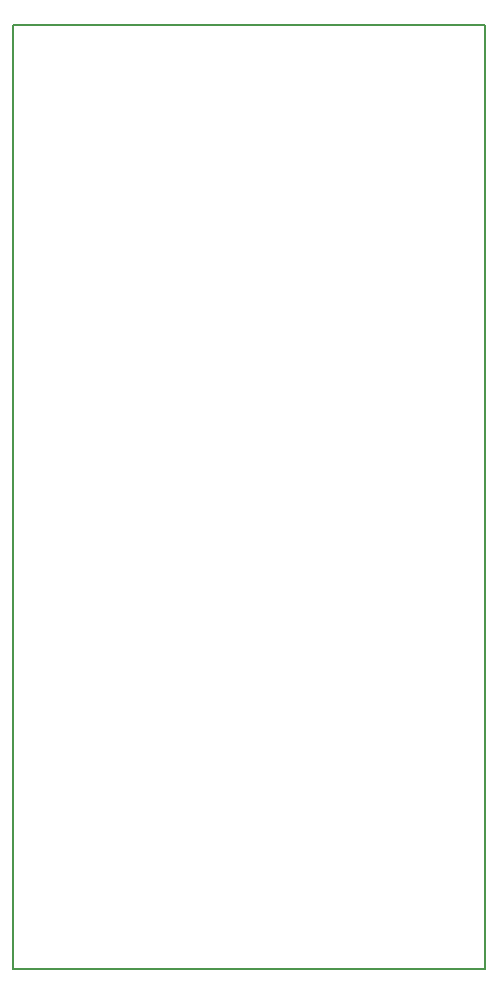
<source format=gm1>
G04 #@! TF.FileFunction,Profile,NP*
%FSLAX46Y46*%
G04 Gerber Fmt 4.6, Leading zero omitted, Abs format (unit mm)*
G04 Created by KiCad (PCBNEW 4.0.6) date 12/30/18 12:01:16*
%MOMM*%
%LPD*%
G01*
G04 APERTURE LIST*
%ADD10C,0.100000*%
%ADD11C,0.150000*%
G04 APERTURE END LIST*
D10*
D11*
X80000000Y-100000000D02*
X120000000Y-100000000D01*
X120000000Y-20000000D02*
X80000000Y-20000000D01*
X120000000Y-20000000D02*
X120000000Y-100000000D01*
X80000000Y-20000000D02*
X80000000Y-100000000D01*
M02*

</source>
